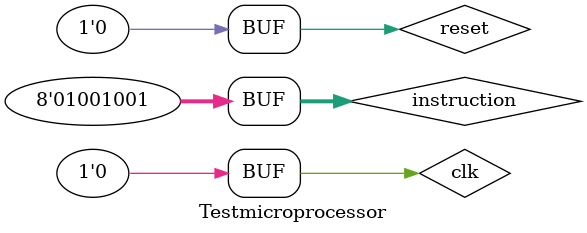
<source format=v>
`timescale 1ns / 1ps


module Testmicroprocessor;

	// Inputs
	reg [7:0] instruction;
	reg clk;
	reg reset;

	// Outputs
	wire [6:0] seg1;
	wire [6:0] seg2;
	wire [7:0] current;

	// Instantiate the Unit Under Test (UUT)
	microprocessor uut (
		.instruction(instruction), 
		.clk(clk), 
		.reset(reset), 
		.seg1(seg1), 
		.seg2(seg2), 
		.current(current)
	);

	initial begin
		// Initialize Inputs
		instruction = 0;
		clk = 0;
		reset = 0;

		// Wait 100 ns for global reset to finish
		#100;
		
		instruction = {2'b01, 2'b00, 2'b10, 2'b01};
		
		#1000000000;
        
		// Add stimulus here

	end
      
endmodule


</source>
